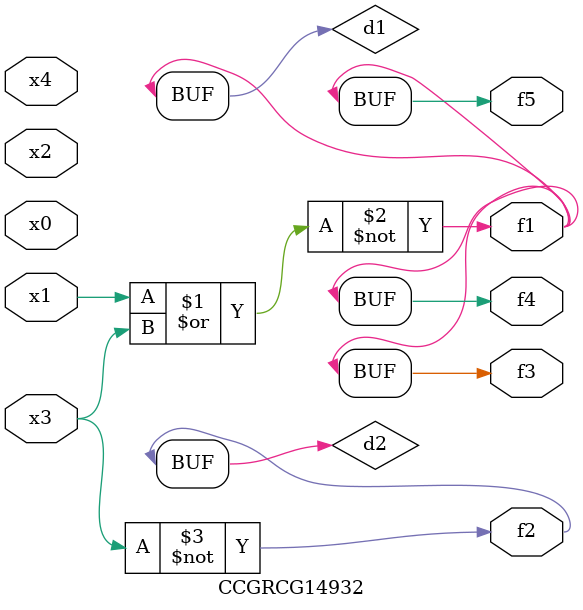
<source format=v>
module CCGRCG14932(
	input x0, x1, x2, x3, x4,
	output f1, f2, f3, f4, f5
);

	wire d1, d2;

	nor (d1, x1, x3);
	not (d2, x3);
	assign f1 = d1;
	assign f2 = d2;
	assign f3 = d1;
	assign f4 = d1;
	assign f5 = d1;
endmodule

</source>
